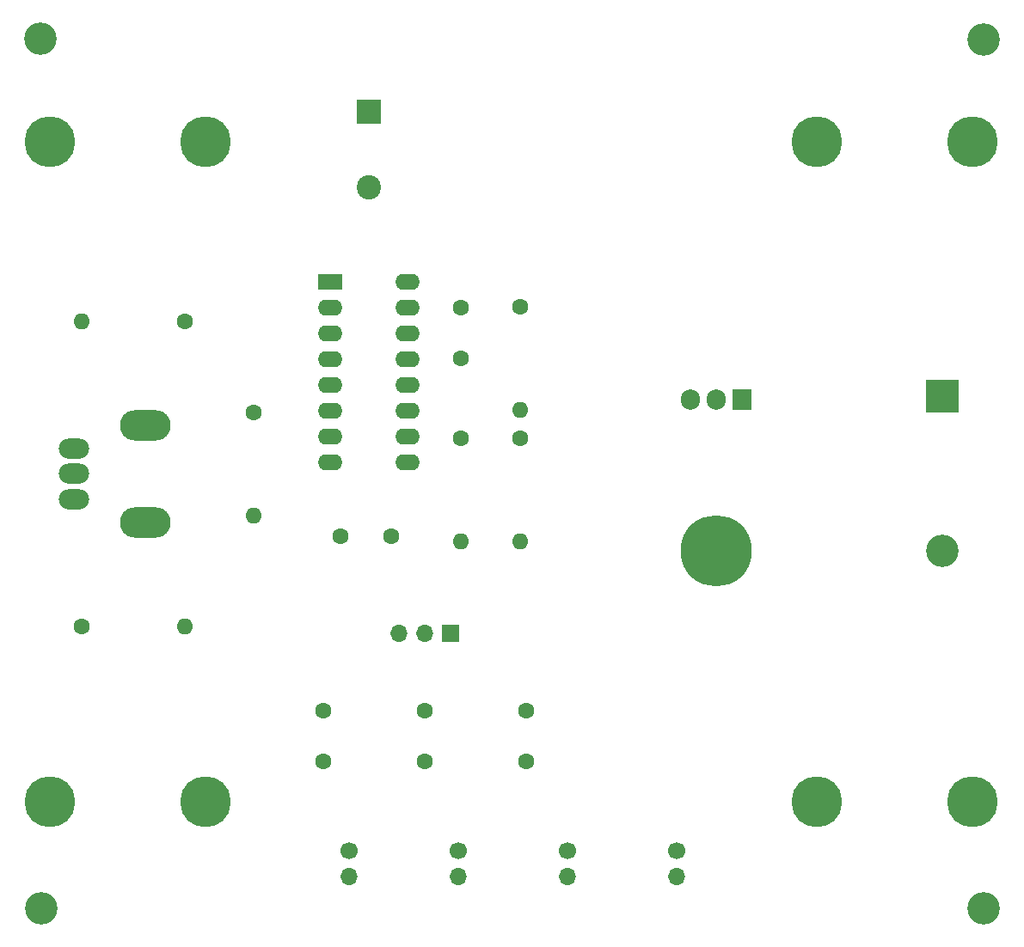
<source format=gbr>
%TF.GenerationSoftware,KiCad,Pcbnew,(6.0.0)*%
%TF.CreationDate,2022-03-14T12:09:40+01:00*%
%TF.ProjectId,Tranzistorski_pretvara_,5472616e-7a69-4737-946f-72736b695f70,rev?*%
%TF.SameCoordinates,Original*%
%TF.FileFunction,Soldermask,Top*%
%TF.FilePolarity,Negative*%
%FSLAX46Y46*%
G04 Gerber Fmt 4.6, Leading zero omitted, Abs format (unit mm)*
G04 Created by KiCad (PCBNEW (6.0.0)) date 2022-03-14 12:09:40*
%MOMM*%
%LPD*%
G01*
G04 APERTURE LIST*
%ADD10C,1.600000*%
%ADD11O,1.600000X1.600000*%
%ADD12C,3.200000*%
%ADD13C,5.000000*%
%ADD14O,5.000000X3.000000*%
%ADD15O,3.000000X2.000000*%
%ADD16C,1.700000*%
%ADD17O,1.700000X1.700000*%
%ADD18R,3.200000X3.200000*%
%ADD19O,3.200000X3.200000*%
%ADD20R,1.905000X2.000000*%
%ADD21O,1.905000X2.000000*%
%ADD22C,7.000000*%
%ADD23R,2.400000X2.400000*%
%ADD24C,2.400000*%
%ADD25R,1.700000X1.700000*%
%ADD26R,2.400000X1.600000*%
%ADD27O,2.400000X1.600000*%
G04 APERTURE END LIST*
D10*
%TO.C,R7*%
X139600000Y-98920000D03*
D11*
X139600000Y-109080000D03*
%TD*%
D12*
%TO.C,H4*%
X92399633Y-59546833D03*
%TD*%
D10*
%TO.C,C4*%
X126943000Y-108520000D03*
X121943000Y-108520000D03*
%TD*%
D13*
%TO.C,J2*%
X93350000Y-134750000D03*
X108650000Y-134750000D03*
%TD*%
D10*
%TO.C,C1*%
X120200000Y-125700000D03*
X120200000Y-130700000D03*
%TD*%
D13*
%TO.C,J9*%
X168850000Y-134750000D03*
X184150000Y-134750000D03*
%TD*%
D12*
%TO.C,H3*%
X92453351Y-145200000D03*
%TD*%
D13*
%TO.C,J5*%
X168850000Y-69684785D03*
X184150000Y-69684785D03*
%TD*%
D14*
%TO.C,RV1*%
X102689500Y-97600000D03*
X102689500Y-107200000D03*
D15*
X95689500Y-99900000D03*
X95689500Y-102400000D03*
X95689500Y-104900000D03*
%TD*%
D10*
%TO.C,R4*%
X139600000Y-85920000D03*
D11*
X139600000Y-96080000D03*
%TD*%
D12*
%TO.C,H2*%
X185249266Y-59600000D03*
%TD*%
D16*
%TO.C,J6*%
X133533333Y-139530000D03*
D17*
X133533333Y-142070000D03*
%TD*%
D10*
%TO.C,R2*%
X106580000Y-87400000D03*
D11*
X96420000Y-87400000D03*
%TD*%
D10*
%TO.C,C6*%
X133800000Y-86020000D03*
X133800000Y-91020000D03*
%TD*%
%TO.C,R3*%
X113400000Y-96320000D03*
D11*
X113400000Y-106480000D03*
%TD*%
D18*
%TO.C,D2*%
X181200000Y-94780000D03*
D19*
X181200000Y-110020000D03*
%TD*%
D17*
%TO.C,J8*%
X155000000Y-142070000D03*
D16*
X155000000Y-139530000D03*
%TD*%
D10*
%TO.C,R6*%
X133800000Y-98920000D03*
D11*
X133800000Y-109080000D03*
%TD*%
D16*
%TO.C,J4*%
X144266666Y-139530000D03*
D17*
X144266666Y-142070000D03*
%TD*%
D20*
%TO.C,Q1*%
X161500000Y-95100000D03*
D21*
X158960000Y-95100000D03*
D22*
X158960000Y-109990000D03*
D21*
X156420000Y-95100000D03*
%TD*%
D13*
%TO.C,J1*%
X93350000Y-69684785D03*
X108650000Y-69684785D03*
%TD*%
D10*
%TO.C,R1*%
X96420000Y-117400000D03*
D11*
X106580000Y-117400000D03*
%TD*%
D23*
%TO.C,C5*%
X124743000Y-66704733D03*
D24*
X124743000Y-74204733D03*
%TD*%
D10*
%TO.C,C2*%
X130200000Y-125700000D03*
X130200000Y-130700000D03*
%TD*%
D16*
%TO.C,J7*%
X122800000Y-139530000D03*
D17*
X122800000Y-142070000D03*
%TD*%
D10*
%TO.C,C3*%
X140200000Y-125700000D03*
X140200000Y-130700000D03*
%TD*%
D25*
%TO.C,J3*%
X132725000Y-118120000D03*
D17*
X130185000Y-118120000D03*
X127645000Y-118120000D03*
%TD*%
D26*
%TO.C,U1*%
X120943000Y-83520000D03*
D27*
X120943000Y-86060000D03*
X120943000Y-88600000D03*
X120943000Y-91140000D03*
X120943000Y-93680000D03*
X120943000Y-96220000D03*
X120943000Y-98760000D03*
X120943000Y-101300000D03*
X128563000Y-101300000D03*
X128563000Y-98760000D03*
X128563000Y-96220000D03*
X128563000Y-93680000D03*
X128563000Y-91140000D03*
X128563000Y-88600000D03*
X128563000Y-86060000D03*
X128563000Y-83520000D03*
%TD*%
D12*
%TO.C,H1*%
X185249817Y-145200000D03*
%TD*%
M02*

</source>
